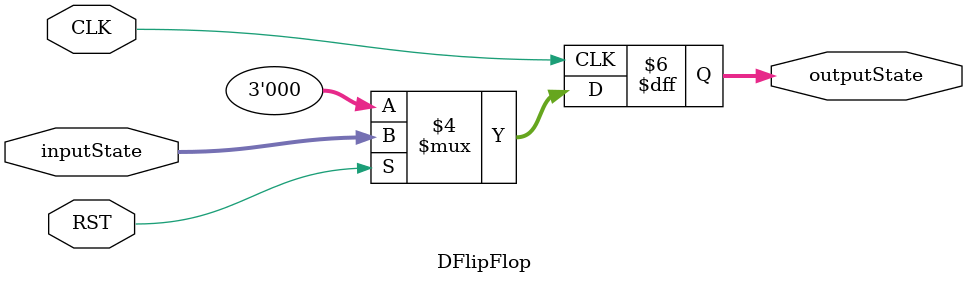
<source format=v>
`timescale 1ns / 1ps

//¿ØÖÆµ¥ÔªµÄ×ÓÄ£¿é,ÓÃÓÚ±£´æµ±Ç°×´Ì¬
module DFlipFlop(
    input [2:0]inputState,
    input RST,
    input CLK,
    output reg [2:0]outputState
    );
    always @(posedge CLK) begin
        if (RST == 0) outputState <= 0;
        else outputState <= inputState;
    end
endmodule

</source>
